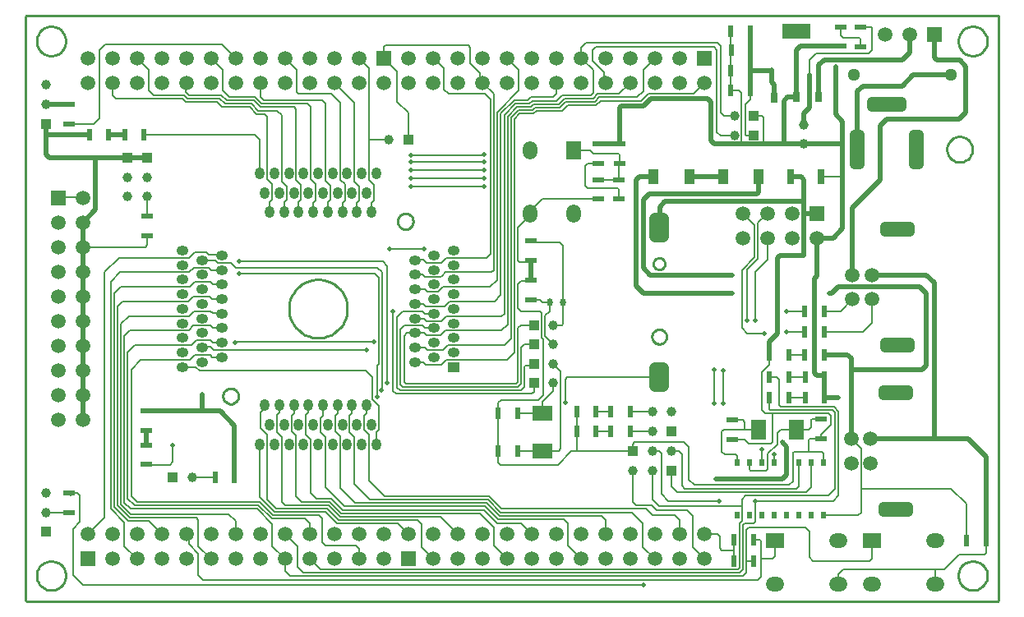
<source format=gtl>
G04*
G04 #@! TF.GenerationSoftware,Altium Limited,Altium Designer,19.1.7 (138)*
G04*
G04 Layer_Physical_Order=1*
G04 Layer_Color=255*
%FSTAX24Y24*%
%MOIN*%
G70*
G01*
G75*
%ADD11C,0.0100*%
%ADD16C,0.0197*%
%ADD21R,0.0787X0.0591*%
%ADD22R,0.0488X0.0236*%
%ADD23R,0.0236X0.0488*%
%ADD24R,0.0394X0.0630*%
%ADD25R,0.1181X0.0591*%
%ADD26R,0.0276X0.0394*%
%ADD27R,0.0315X0.0630*%
G04:AMPARAMS|DCode=28|XSize=78.7mil|YSize=118.1mil|CornerRadius=19.7mil|HoleSize=0mil|Usage=FLASHONLY|Rotation=0.000|XOffset=0mil|YOffset=0mil|HoleType=Round|Shape=RoundedRectangle|*
%AMROUNDEDRECTD28*
21,1,0.0787,0.0787,0,0,0.0*
21,1,0.0394,0.1181,0,0,0.0*
1,1,0.0394,0.0197,-0.0394*
1,1,0.0394,-0.0197,-0.0394*
1,1,0.0394,-0.0197,0.0394*
1,1,0.0394,0.0197,0.0394*
%
%ADD28ROUNDEDRECTD28*%
%ADD29R,0.0197X0.0315*%
%ADD30R,0.0591X0.0787*%
%ADD60C,0.0079*%
G04:AMPARAMS|DCode=61|XSize=157.5mil|YSize=59.1mil|CornerRadius=14.8mil|HoleSize=0mil|Usage=FLASHONLY|Rotation=180.000|XOffset=0mil|YOffset=0mil|HoleType=Round|Shape=RoundedRectangle|*
%AMROUNDEDRECTD61*
21,1,0.1575,0.0295,0,0,180.0*
21,1,0.1280,0.0591,0,0,180.0*
1,1,0.0295,-0.0640,0.0148*
1,1,0.0295,0.0640,0.0148*
1,1,0.0295,0.0640,-0.0148*
1,1,0.0295,-0.0640,-0.0148*
%
%ADD61ROUNDEDRECTD61*%
G04:AMPARAMS|DCode=62|XSize=157.5mil|YSize=59.1mil|CornerRadius=14.8mil|HoleSize=0mil|Usage=FLASHONLY|Rotation=90.000|XOffset=0mil|YOffset=0mil|HoleType=Round|Shape=RoundedRectangle|*
%AMROUNDEDRECTD62*
21,1,0.1575,0.0295,0,0,90.0*
21,1,0.1280,0.0591,0,0,90.0*
1,1,0.0295,0.0148,0.0640*
1,1,0.0295,0.0148,-0.0640*
1,1,0.0295,-0.0148,-0.0640*
1,1,0.0295,-0.0148,0.0640*
%
%ADD62ROUNDEDRECTD62*%
%ADD63R,0.0591X0.0591*%
%ADD64C,0.0591*%
%ADD65C,0.0512*%
%ADD66R,0.0591X0.0591*%
G04:AMPARAMS|DCode=67|XSize=59.1mil|YSize=137.8mil|CornerRadius=14.8mil|HoleSize=0mil|Usage=FLASHONLY|Rotation=270.000|XOffset=0mil|YOffset=0mil|HoleType=Round|Shape=RoundedRectangle|*
%AMROUNDEDRECTD67*
21,1,0.0591,0.1083,0,0,270.0*
21,1,0.0295,0.1378,0,0,270.0*
1,1,0.0295,-0.0541,-0.0148*
1,1,0.0295,-0.0541,0.0148*
1,1,0.0295,0.0541,0.0148*
1,1,0.0295,0.0541,-0.0148*
%
%ADD67ROUNDEDRECTD67*%
%ADD68C,0.0394*%
%ADD69R,0.0394X0.0394*%
%ADD70O,0.0748X0.0591*%
%ADD71R,0.0748X0.0591*%
%ADD72R,0.0394X0.0394*%
%ADD73O,0.0236X0.0315*%
%ADD74O,0.0591X0.0748*%
%ADD75R,0.0591X0.0748*%
%ADD76O,0.0472X0.0394*%
%ADD77R,0.0472X0.0394*%
%ADD78O,0.0394X0.0472*%
%ADD79C,0.0197*%
D11*
X009988Y0337D02*
X04938D01*
X011042Y011575D02*
X011157Y011552D01*
X011264Y011508D01*
X011361Y011443D01*
X011443Y011361D01*
X011508Y011264D01*
X011552Y011157D01*
X011575Y011042D01*
Y010984D02*
Y011042D01*
Y010926D02*
Y010984D01*
X011552Y010812D02*
X011575Y010926D01*
X011508Y010705D02*
X011552Y010812D01*
X011443Y010608D02*
X011508Y010705D01*
X011361Y010526D02*
X011443Y010608D01*
X011264Y010461D02*
X011361Y010526D01*
X011157Y010416D02*
X011264Y010461D01*
X011042Y010394D02*
X011157Y010416D01*
X010926Y010394D02*
X011042D01*
X010812Y010416D02*
X010926Y010394D01*
X010705Y010461D02*
X010812Y010416D01*
X010608Y010526D02*
X010705Y010461D01*
X010526Y010608D02*
X010608Y010526D01*
X010461Y010705D02*
X010526Y010608D01*
X010416Y010812D02*
X010461Y010705D01*
X010394Y010926D02*
X010416Y010812D01*
X010394Y010926D02*
Y010984D01*
Y011042D01*
X010416Y011157D01*
X010461Y011264D01*
X010526Y011361D01*
X010608Y011443D01*
X010705Y011508D01*
X010812Y011552D01*
X010926Y011575D01*
X011042D01*
X048424D02*
X048538Y011552D01*
X048645Y011508D01*
X048742Y011443D01*
X048824Y011361D01*
X048889Y011264D01*
X048934Y011157D01*
X048956Y011042D01*
Y010984D02*
Y011042D01*
Y010926D02*
Y010984D01*
X048934Y010812D02*
X048956Y010926D01*
X048889Y010705D02*
X048934Y010812D01*
X048824Y010608D02*
X048889Y010705D01*
X048742Y010526D02*
X048824Y010608D01*
X048645Y010461D02*
X048742Y010526D01*
X048538Y010416D02*
X048645Y010461D01*
X048424Y010394D02*
X048538Y010416D01*
X048308Y010394D02*
X048424D01*
X048193Y010416D02*
X048308Y010394D01*
X048086Y010461D02*
X048193Y010416D01*
X047989Y010526D02*
X048086Y010461D01*
X047907Y010608D02*
X047989Y010526D01*
X047842Y010705D02*
X047907Y010608D01*
X047798Y010812D02*
X047842Y010705D01*
X047775Y010926D02*
X047798Y010812D01*
X047775Y010926D02*
Y010984D01*
Y011042D01*
X047798Y011157D01*
X047842Y011264D01*
X047907Y011361D01*
X047989Y011443D01*
X048086Y011508D01*
X048193Y011552D01*
X048308Y011575D01*
X048424D01*
X018299Y018583D02*
X01836Y018571D01*
X018417Y018547D01*
X018468Y018512D01*
X018512Y018468D01*
X018547Y018417D01*
X018571Y01836D01*
X018583Y018299D01*
Y018268D02*
Y018299D01*
Y018237D02*
Y018268D01*
X018571Y018176D02*
X018583Y018237D01*
X018547Y018119D02*
X018571Y018176D01*
X018512Y018067D02*
X018547Y018119D01*
X018468Y018023D02*
X018512Y018067D01*
X018417Y017989D02*
X018468Y018023D01*
X01836Y017965D02*
X018417Y017989D01*
X018299Y017953D02*
X01836Y017965D01*
X018237Y017953D02*
X018299D01*
X018176Y017965D02*
X018237Y017953D01*
X018119Y017989D02*
X018176Y017965D01*
X018067Y018023D02*
X018119Y017989D01*
X018023Y018067D02*
X018067Y018023D01*
X017989Y018119D02*
X018023Y018067D01*
X017965Y018176D02*
X017989Y018119D01*
X017953Y018237D02*
X017965Y018176D01*
X017953Y018237D02*
Y018268D01*
Y018299D01*
X017965Y01836D01*
X017989Y018417D01*
X018023Y018468D01*
X018067Y018512D01*
X018119Y018547D01*
X018176Y018571D01*
X018237Y018583D01*
X018299D01*
X035679Y020974D02*
X035736Y020963D01*
X035789Y020941D01*
X035838Y020908D01*
X035879Y020867D01*
X035911Y020819D01*
X035934Y020765D01*
X035945Y020708D01*
Y020679D02*
Y020708D01*
Y02065D02*
Y020679D01*
X035934Y020593D02*
X035945Y02065D01*
X035911Y020539D02*
X035934Y020593D01*
X035879Y020491D02*
X035911Y020539D01*
X035838Y02045D02*
X035879Y020491D01*
X035789Y020417D02*
X035838Y02045D01*
X035736Y020395D02*
X035789Y020417D01*
X035679Y020384D02*
X035736Y020395D01*
X035621Y020384D02*
X035679D01*
X035563Y020395D02*
X035621Y020384D01*
X03551Y020417D02*
X035563Y020395D01*
X035461Y02045D02*
X03551Y020417D01*
X03542Y020491D02*
X035461Y02045D01*
X035388Y020539D02*
X03542Y020491D01*
X035366Y020593D02*
X035388Y020539D01*
X035354Y02065D02*
X035366Y020593D01*
X035354Y02065D02*
Y020679D01*
Y020708D01*
X035366Y020765D01*
X035388Y020819D01*
X03542Y020867D01*
X035461Y020908D01*
X03551Y020941D01*
X035563Y020963D01*
X035621Y020974D01*
X035679D01*
X021888Y022992D02*
X022042Y022972D01*
X022191Y022932D01*
X022335Y022873D01*
X022469Y022795D01*
X022591Y022701D01*
X022701Y022591D01*
X022795Y022469D01*
X022873Y022335D01*
X022932Y022191D01*
X022972Y022042D01*
X022992Y021888D01*
Y021811D02*
Y021888D01*
Y021734D02*
Y021811D01*
X022972Y02158D02*
X022992Y021734D01*
X022932Y021431D02*
X022972Y02158D01*
X022873Y021288D02*
X022932Y021431D01*
X022795Y021153D02*
X022873Y021288D01*
X022701Y021031D02*
X022795Y021153D01*
X022591Y020921D02*
X022701Y021031D01*
X022469Y020827D02*
X022591Y020921D01*
X022335Y020749D02*
X022469Y020827D01*
X022191Y02069D02*
X022335Y020749D01*
X022042Y02065D02*
X022191Y02069D01*
X021888Y02063D02*
X022042Y02065D01*
X021734Y02063D02*
X021888D01*
X02158Y02065D02*
X021734Y02063D01*
X021431Y02069D02*
X02158Y02065D01*
X021288Y020749D02*
X021431Y02069D01*
X021153Y020827D02*
X021288Y020749D01*
X021031Y020921D02*
X021153Y020827D01*
X020921Y021031D02*
X021031Y020921D01*
X020827Y021153D02*
X020921Y021031D01*
X020749Y021288D02*
X020827Y021153D01*
X02069Y021431D02*
X020749Y021288D01*
X02065Y02158D02*
X02069Y021431D01*
X02063Y021734D02*
X02065Y02158D01*
X02063Y021734D02*
Y021811D01*
Y021888D01*
X02065Y022042D01*
X02069Y022191D01*
X020749Y022335D01*
X020827Y022469D01*
X020921Y022591D01*
X021031Y022701D01*
X021153Y022795D01*
X021288Y022873D01*
X021431Y022932D01*
X02158Y022972D01*
X021734Y022992D01*
X021888D01*
X035697Y023868D02*
X035783Y023832D01*
X03585Y023766D01*
X035886Y023679D01*
Y023632D02*
Y023679D01*
Y023585D02*
Y023632D01*
X03585Y023498D02*
X035886Y023585D01*
X035783Y023432D02*
X03585Y023498D01*
X035697Y023396D02*
X035783Y023432D01*
X035603Y023396D02*
X035697D01*
X035516Y023432D02*
X035603Y023396D01*
X035449Y023498D02*
X035516Y023432D01*
X035413Y023585D02*
X035449Y023498D01*
X035413Y023585D02*
Y023632D01*
Y023679D01*
X035449Y023766D01*
X035516Y023832D01*
X035603Y023868D01*
X035697D01*
X025385Y025669D02*
X025446Y025657D01*
X025504Y025633D01*
X025555Y025599D01*
X025599Y025555D01*
X025633Y025504D01*
X025657Y025446D01*
X025669Y025385D01*
Y025354D02*
Y025385D01*
Y025323D02*
Y025354D01*
X025657Y025262D02*
X025669Y025323D01*
X025633Y025205D02*
X025657Y025262D01*
X025599Y025154D02*
X025633Y025205D01*
X025555Y02511D02*
X025599Y025154D01*
X025504Y025075D02*
X025555Y02511D01*
X025446Y025051D02*
X025504Y025075D01*
X025385Y025039D02*
X025446Y025051D01*
X025323Y025039D02*
X025385D01*
X025262Y025051D02*
X025323Y025039D01*
X025205Y025075D02*
X025262Y025051D01*
X025154Y02511D02*
X025205Y025075D01*
X02511Y025154D02*
X025154Y02511D01*
X025075Y025205D02*
X02511Y025154D01*
X025051Y025262D02*
X025075Y025205D01*
X025039Y025323D02*
X025051Y025262D01*
X025039Y025323D02*
Y025354D01*
Y025385D01*
X025051Y025446D01*
X025075Y025504D01*
X02511Y025555D01*
X025154Y025599D01*
X025205Y025633D01*
X025262Y025657D01*
X025323Y025669D01*
X025385D01*
X047885Y028789D02*
X047984Y02877D01*
X048077Y028731D01*
X048161Y028675D01*
X048232Y028604D01*
X048288Y02852D01*
X048327Y028427D01*
X048346Y028328D01*
Y028278D02*
Y028328D01*
Y028227D02*
Y028278D01*
X048327Y028128D02*
X048346Y028227D01*
X048288Y028035D02*
X048327Y028128D01*
X048232Y027951D02*
X048288Y028035D01*
X048161Y02788D02*
X048232Y027951D01*
X048077Y027824D02*
X048161Y02788D01*
X047984Y027785D02*
X048077Y027824D01*
X047885Y027766D02*
X047984Y027785D01*
X047784Y027766D02*
X047885D01*
X047685Y027785D02*
X047784Y027766D01*
X047592Y027824D02*
X047685Y027785D01*
X047508Y02788D02*
X047592Y027824D01*
X047437Y027951D02*
X047508Y02788D01*
X047381Y028035D02*
X047437Y027951D01*
X047343Y028128D02*
X047381Y028035D01*
X047323Y028227D02*
X047343Y028128D01*
X047323Y028227D02*
Y028278D01*
Y028328D01*
X047343Y028427D01*
X047381Y02852D01*
X047437Y028604D01*
X047508Y028675D01*
X047592Y028731D01*
X047685Y02877D01*
X047784Y028789D01*
X047885D01*
X011042Y033256D02*
X011157Y033234D01*
X011264Y033189D01*
X011361Y033124D01*
X011443Y033042D01*
X011508Y032945D01*
X011552Y032838D01*
X011575Y032724D01*
Y032666D02*
Y032724D01*
Y032608D02*
Y032666D01*
X011552Y032493D02*
X011575Y032608D01*
X011508Y032386D02*
X011552Y032493D01*
X011443Y032289D02*
X011508Y032386D01*
X011361Y032207D02*
X011443Y032289D01*
X011264Y032142D02*
X011361Y032207D01*
X011157Y032098D02*
X011264Y032142D01*
X011042Y032075D02*
X011157Y032098D01*
X010926Y032075D02*
X011042D01*
X010812Y032098D02*
X010926Y032075D01*
X010705Y032142D02*
X010812Y032098D01*
X010608Y032207D02*
X010705Y032142D01*
X010526Y032289D02*
X010608Y032207D01*
X010461Y032386D02*
X010526Y032289D01*
X010416Y032493D02*
X010461Y032386D01*
X010394Y032608D02*
X010416Y032493D01*
X010394Y032608D02*
Y032666D01*
Y032724D01*
X010416Y032838D01*
X010461Y032945D01*
X010526Y033042D01*
X010608Y033124D01*
X010705Y033189D01*
X010812Y033234D01*
X010926Y033256D01*
X011042D01*
X048424D02*
X048538Y033234D01*
X048645Y033189D01*
X048742Y033124D01*
X048824Y033042D01*
X048889Y032945D01*
X048934Y032838D01*
X048956Y032724D01*
Y032666D02*
Y032724D01*
Y032608D02*
Y032666D01*
X048934Y032493D02*
X048956Y032608D01*
X048889Y032386D02*
X048934Y032493D01*
X048824Y032289D02*
X048889Y032386D01*
X048742Y032207D02*
X048824Y032289D01*
X048645Y032142D02*
X048742Y032207D01*
X048538Y032098D02*
X048645Y032142D01*
X048424Y032075D02*
X048538Y032098D01*
X048308Y032075D02*
X048424D01*
X048193Y032098D02*
X048308Y032075D01*
X048086Y032142D02*
X048193Y032098D01*
X047989Y032207D02*
X048086Y032142D01*
X047907Y032289D02*
X047989Y032207D01*
X047842Y032386D02*
X047907Y032289D01*
X047798Y032493D02*
X047842Y032386D01*
X047775Y032608D02*
X047798Y032493D01*
X047775Y032608D02*
Y032666D01*
Y032724D01*
X047798Y032838D01*
X047842Y032945D01*
X047907Y033042D01*
X047989Y033124D01*
X048086Y033189D01*
X048193Y033234D01*
X048308Y033256D01*
X048424D01*
X04938Y0337D02*
X049398Y033693D01*
X009967Y03369D02*
X009988Y0337D01*
X009953Y033671D02*
X009967Y03369D01*
X009949Y033647D02*
X009953Y033671D01*
X009949Y033647D02*
X009952Y033636D01*
X009951Y033631D02*
X009952Y033636D01*
X00995Y033624D02*
X009951Y033631D01*
X00995Y01D02*
Y033624D01*
Y00999D02*
Y01D01*
Y00999D02*
X009957Y009972D01*
X009972Y009957D01*
X00999Y00995D01*
X04938D01*
X049398Y009957D01*
X049413Y009972D01*
X04942Y00999D01*
Y01D01*
X04942Y010005D02*
X04942Y01D01*
X049419Y010012D02*
X04942Y010005D01*
X049419Y010012D02*
X049419Y010019D01*
X04942Y010026D01*
X04942Y03365D02*
X04942Y010026D01*
X04942Y03365D02*
Y03366D01*
X049413Y033678D02*
X04942Y03366D01*
X049398Y033693D02*
X049413Y033678D01*
X011042Y011575D02*
X011157Y011552D01*
X011264Y011508D01*
X011361Y011443D01*
X011443Y011361D01*
X011508Y011264D01*
X011552Y011157D01*
X011575Y011042D01*
Y010984D02*
Y011042D01*
Y010926D02*
Y010984D01*
X011552Y010812D02*
X011575Y010926D01*
X011508Y010705D02*
X011552Y010812D01*
X011443Y010608D02*
X011508Y010705D01*
X011361Y010526D02*
X011443Y010608D01*
X011264Y010461D02*
X011361Y010526D01*
X011157Y010416D02*
X011264Y010461D01*
X011042Y010394D02*
X011157Y010416D01*
X010926Y010394D02*
X011042D01*
X010812Y010416D02*
X010926Y010394D01*
X010705Y010461D02*
X010812Y010416D01*
X010608Y010526D02*
X010705Y010461D01*
X010526Y010608D02*
X010608Y010526D01*
X010461Y010705D02*
X010526Y010608D01*
X010416Y010812D02*
X010461Y010705D01*
X010394Y010926D02*
X010416Y010812D01*
X010394Y010926D02*
Y010984D01*
Y011042D01*
X010416Y011157D01*
X010461Y011264D01*
X010526Y011361D01*
X010608Y011443D01*
X010705Y011508D01*
X010812Y011552D01*
X010926Y011575D01*
X011042D01*
X048424D02*
X048538Y011552D01*
X048645Y011508D01*
X048742Y011443D01*
X048824Y011361D01*
X048889Y011264D01*
X048934Y011157D01*
X048956Y011042D01*
Y010984D02*
Y011042D01*
Y010926D02*
Y010984D01*
X048934Y010812D02*
X048956Y010926D01*
X048889Y010705D02*
X048934Y010812D01*
X048824Y010608D02*
X048889Y010705D01*
X048742Y010526D02*
X048824Y010608D01*
X048645Y010461D02*
X048742Y010526D01*
X048538Y010416D02*
X048645Y010461D01*
X048424Y010394D02*
X048538Y010416D01*
X048308Y010394D02*
X048424D01*
X048193Y010416D02*
X048308Y010394D01*
X048086Y010461D02*
X048193Y010416D01*
X047989Y010526D02*
X048086Y010461D01*
X047907Y010608D02*
X047989Y010526D01*
X047842Y010705D02*
X047907Y010608D01*
X047798Y010812D02*
X047842Y010705D01*
X047775Y010926D02*
X047798Y010812D01*
X047775Y010926D02*
Y010984D01*
Y011042D01*
X047798Y011157D01*
X047842Y011264D01*
X047907Y011361D01*
X047989Y011443D01*
X048086Y011508D01*
X048193Y011552D01*
X048308Y011575D01*
X048424D01*
X018299Y018583D02*
X01836Y018571D01*
X018417Y018547D01*
X018468Y018512D01*
X018512Y018468D01*
X018547Y018417D01*
X018571Y01836D01*
X018583Y018299D01*
Y018268D02*
Y018299D01*
Y018237D02*
Y018268D01*
X018571Y018176D02*
X018583Y018237D01*
X018547Y018119D02*
X018571Y018176D01*
X018512Y018067D02*
X018547Y018119D01*
X018468Y018023D02*
X018512Y018067D01*
X018417Y017989D02*
X018468Y018023D01*
X01836Y017965D02*
X018417Y017989D01*
X018299Y017953D02*
X01836Y017965D01*
X018237Y017953D02*
X018299D01*
X018176Y017965D02*
X018237Y017953D01*
X018119Y017989D02*
X018176Y017965D01*
X018067Y018023D02*
X018119Y017989D01*
X018023Y018067D02*
X018067Y018023D01*
X017989Y018119D02*
X018023Y018067D01*
X017965Y018176D02*
X017989Y018119D01*
X017953Y018237D02*
X017965Y018176D01*
X017953Y018237D02*
Y018268D01*
Y018299D01*
X017965Y01836D01*
X017989Y018417D01*
X018023Y018468D01*
X018067Y018512D01*
X018119Y018547D01*
X018176Y018571D01*
X018237Y018583D01*
X018299D01*
X035679Y020974D02*
X035736Y020963D01*
X035789Y020941D01*
X035838Y020908D01*
X035879Y020867D01*
X035911Y020819D01*
X035934Y020765D01*
X035945Y020708D01*
Y020679D02*
Y020708D01*
Y02065D02*
Y020679D01*
X035934Y020593D02*
X035945Y02065D01*
X035911Y020539D02*
X035934Y020593D01*
X035879Y020491D02*
X035911Y020539D01*
X035838Y02045D02*
X035879Y020491D01*
X035789Y020417D02*
X035838Y02045D01*
X035736Y020395D02*
X035789Y020417D01*
X035679Y020384D02*
X035736Y020395D01*
X035621Y020384D02*
X035679D01*
X035563Y020395D02*
X035621Y020384D01*
X03551Y020417D02*
X035563Y020395D01*
X035461Y02045D02*
X03551Y020417D01*
X03542Y020491D02*
X035461Y02045D01*
X035388Y020539D02*
X03542Y020491D01*
X035366Y020593D02*
X035388Y020539D01*
X035354Y02065D02*
X035366Y020593D01*
X035354Y02065D02*
Y020679D01*
Y020708D01*
X035366Y020765D01*
X035388Y020819D01*
X03542Y020867D01*
X035461Y020908D01*
X03551Y020941D01*
X035563Y020963D01*
X035621Y020974D01*
X035679D01*
X021888Y022992D02*
X022042Y022972D01*
X022191Y022932D01*
X022335Y022873D01*
X022469Y022795D01*
X022591Y022701D01*
X022701Y022591D01*
X022795Y022469D01*
X022873Y022335D01*
X022932Y022191D01*
X022972Y022042D01*
X022992Y021888D01*
Y021811D02*
Y021888D01*
Y021734D02*
Y021811D01*
X022972Y02158D02*
X022992Y021734D01*
X022932Y021431D02*
X022972Y02158D01*
X022873Y021288D02*
X022932Y021431D01*
X022795Y021153D02*
X022873Y021288D01*
X022701Y021031D02*
X022795Y021153D01*
X022591Y020921D02*
X022701Y021031D01*
X022469Y020827D02*
X022591Y020921D01*
X022335Y020749D02*
X022469Y020827D01*
X022191Y02069D02*
X022335Y020749D01*
X022042Y02065D02*
X022191Y02069D01*
X021888Y02063D02*
X022042Y02065D01*
X021734Y02063D02*
X021888D01*
X02158Y02065D02*
X021734Y02063D01*
X021431Y02069D02*
X02158Y02065D01*
X021288Y020749D02*
X021431Y02069D01*
X021153Y020827D02*
X021288Y020749D01*
X021031Y020921D02*
X021153Y020827D01*
X020921Y021031D02*
X021031Y020921D01*
X020827Y021153D02*
X020921Y021031D01*
X020749Y021288D02*
X020827Y021153D01*
X02069Y021431D02*
X020749Y021288D01*
X02065Y02158D02*
X02069Y021431D01*
X02063Y021734D02*
X02065Y02158D01*
X02063Y021734D02*
Y021811D01*
Y021888D01*
X02065Y022042D01*
X02069Y022191D01*
X020749Y022335D01*
X020827Y022469D01*
X020921Y022591D01*
X021031Y022701D01*
X021153Y022795D01*
X021288Y022873D01*
X021431Y022932D01*
X02158Y022972D01*
X021734Y022992D01*
X021888D01*
X035697Y023868D02*
X035783Y023832D01*
X03585Y023766D01*
X035886Y023679D01*
Y023632D02*
Y023679D01*
Y023585D02*
Y023632D01*
X03585Y023498D02*
X035886Y023585D01*
X035783Y023432D02*
X03585Y023498D01*
X035697Y023396D02*
X035783Y023432D01*
X035603Y023396D02*
X035697D01*
X035516Y023432D02*
X035603Y023396D01*
X035449Y023498D02*
X035516Y023432D01*
X035413Y023585D02*
X035449Y023498D01*
X035413Y023585D02*
Y023632D01*
Y023679D01*
X035449Y023766D01*
X035516Y023832D01*
X035603Y023868D01*
X035697D01*
X025385Y025669D02*
X025446Y025657D01*
X025504Y025633D01*
X025555Y025599D01*
X025599Y025555D01*
X025633Y025504D01*
X025657Y025446D01*
X025669Y025385D01*
Y025354D02*
Y025385D01*
Y025323D02*
Y025354D01*
X025657Y025262D02*
X025669Y025323D01*
X025633Y025205D02*
X025657Y025262D01*
X025599Y025154D02*
X025633Y025205D01*
X025555Y02511D02*
X025599Y025154D01*
X025504Y025075D02*
X025555Y02511D01*
X025446Y025051D02*
X025504Y025075D01*
X025385Y025039D02*
X025446Y025051D01*
X025323Y025039D02*
X025385D01*
X025262Y025051D02*
X025323Y025039D01*
X025205Y025075D02*
X025262Y025051D01*
X025154Y02511D02*
X025205Y025075D01*
X02511Y025154D02*
X025154Y02511D01*
X025075Y025205D02*
X02511Y025154D01*
X025051Y025262D02*
X025075Y025205D01*
X025039Y025323D02*
X025051Y025262D01*
X025039Y025323D02*
Y025354D01*
Y025385D01*
X025051Y025446D01*
X025075Y025504D01*
X02511Y025555D01*
X025154Y025599D01*
X025205Y025633D01*
X025262Y025657D01*
X025323Y025669D01*
X025385D01*
X011042Y033256D02*
X011157Y033234D01*
X011264Y033189D01*
X011361Y033124D01*
X011443Y033042D01*
X011508Y032945D01*
X011552Y032838D01*
X011575Y032724D01*
Y032666D02*
Y032724D01*
Y032608D02*
Y032666D01*
X011552Y032493D02*
X011575Y032608D01*
X011508Y032386D02*
X011552Y032493D01*
X011443Y032289D02*
X011508Y032386D01*
X011361Y032207D02*
X011443Y032289D01*
X011264Y032142D02*
X011361Y032207D01*
X011157Y032098D02*
X011264Y032142D01*
X011042Y032075D02*
X011157Y032098D01*
X010926Y032075D02*
X011042D01*
X010812Y032098D02*
X010926Y032075D01*
X010705Y032142D02*
X010812Y032098D01*
X010608Y032207D02*
X010705Y032142D01*
X010526Y032289D02*
X010608Y032207D01*
X010461Y032386D02*
X010526Y032289D01*
X010416Y032493D02*
X010461Y032386D01*
X010394Y032608D02*
X010416Y032493D01*
X010394Y032608D02*
Y032666D01*
Y032724D01*
X010416Y032838D01*
X010461Y032945D01*
X010526Y033042D01*
X010608Y033124D01*
X010705Y033189D01*
X010812Y033234D01*
X010926Y033256D01*
X011042D01*
X048424D02*
X048538Y033234D01*
X048645Y033189D01*
X048742Y033124D01*
X048824Y033042D01*
X048889Y032945D01*
X048934Y032838D01*
X048956Y032724D01*
Y032666D02*
Y032724D01*
Y032608D02*
Y032666D01*
X048934Y032493D02*
X048956Y032608D01*
X048889Y032386D02*
X048934Y032493D01*
X048824Y032289D02*
X048889Y032386D01*
X048742Y032207D02*
X048824Y032289D01*
X048645Y032142D02*
X048742Y032207D01*
X048538Y032098D02*
X048645Y032142D01*
X048424Y032075D02*
X048538Y032098D01*
X048308Y032075D02*
X048424D01*
X048193Y032098D02*
X048308Y032075D01*
X048086Y032142D02*
X048193Y032098D01*
X047989Y032207D02*
X048086Y032142D01*
X047907Y032289D02*
X047989Y032207D01*
X047842Y032386D02*
X047907Y032289D01*
X047798Y032493D02*
X047842Y032386D01*
X047775Y032608D02*
X047798Y032493D01*
X047775Y032608D02*
Y032666D01*
Y032724D01*
X047798Y032838D01*
X047842Y032945D01*
X047907Y033042D01*
X047989Y033124D01*
X048086Y033189D01*
X048193Y033234D01*
X048308Y033256D01*
X048424D01*
X04938Y0337D02*
X049398Y033693D01*
X009988Y0337D02*
X04938D01*
X009967Y03369D02*
X009988Y0337D01*
X009953Y033671D02*
X009967Y03369D01*
X009949Y033647D02*
X009953Y033671D01*
X009949Y033647D02*
X009952Y033636D01*
X009951Y033631D02*
X009952Y033636D01*
X00995Y033624D02*
X009951Y033631D01*
X00995Y01D02*
Y033624D01*
Y00999D02*
Y01D01*
Y00999D02*
X009957Y009972D01*
X009972Y009957D01*
X00999Y00995D01*
X04938D01*
X049398Y009957D01*
X049413Y009972D01*
X04942Y00999D01*
Y01D01*
X04942Y010005D02*
X04942Y01D01*
X049419Y010012D02*
X04942Y010005D01*
X049419Y010012D02*
X049419Y010019D01*
X04942Y010026D01*
X04942Y03365D02*
X04942Y010026D01*
X04942Y03365D02*
Y03366D01*
X049413Y033678D02*
X04942Y03366D01*
X049398Y033693D02*
X049413Y033678D01*
D16*
X048086Y02978D02*
Y031646D01*
X047794Y029488D02*
X048086Y02978D01*
X044872Y029488D02*
X047794D01*
X043691Y030627D02*
X043914Y03085D01*
X043691Y028278D02*
Y030627D01*
X039342Y03057D02*
Y033085D01*
X040113Y02047D02*
X040432Y02079D01*
X040113Y01995D02*
Y02047D01*
X04205Y023133D02*
Y024685D01*
X041949Y023031D02*
X04205Y023133D01*
X041949Y019197D02*
Y023031D01*
Y019197D02*
X04205Y019096D01*
X04233D01*
X04235Y019076D01*
Y01905D02*
Y019076D01*
X034705Y027028D02*
X034833Y027156D01*
X034705Y022739D02*
Y027028D01*
Y022739D02*
X035005Y022438D01*
X037737Y029114D02*
Y030219D01*
Y028633D02*
Y029114D01*
X039882Y028491D02*
X041506D01*
X03788D02*
X039882D01*
Y028516D01*
X0468Y01653D02*
Y022856D01*
X046476Y02318D02*
X0468Y022856D01*
X044276Y02318D02*
X046476D01*
X0412Y030392D02*
Y032287D01*
X04137Y032456D01*
X043004D01*
X039344Y031486D02*
X040177D01*
X0402Y031509D01*
X039342Y03057D02*
X039344Y030568D01*
X039342Y033085D02*
X039344Y033086D01*
X030435Y022975D02*
X030437Y022972D01*
X030435Y022975D02*
Y023768D01*
X030433Y02377D02*
X030435Y023768D01*
X037933Y014892D02*
X04063D01*
X0408Y015062D01*
Y015563D01*
X04063Y016388D02*
X0408Y016218D01*
Y015563D02*
Y016218D01*
X04235Y0182D02*
X042924D01*
X04235D02*
Y01905D01*
X040432Y023871D02*
X040548Y023986D01*
X041506D01*
X040432Y02079D02*
Y023871D01*
X044626Y029242D02*
X044872Y029488D01*
X044626Y027047D02*
Y029242D01*
X04175Y029969D02*
Y0313D01*
X041506Y029724D02*
X04175Y029969D01*
X041506Y029278D02*
Y029724D01*
Y028491D02*
X043086D01*
X0428Y02969D02*
X043086Y029405D01*
Y028491D02*
Y029405D01*
Y027156D02*
Y028491D01*
X0428Y02969D02*
Y03165D01*
X043489Y02591D02*
X044626Y027047D01*
X043489Y02318D02*
Y02591D01*
X014828Y01628D02*
X014829Y01628D01*
Y016869D01*
X014829Y01687D01*
X017106Y017657D02*
X017837D01*
X014829D02*
X017106D01*
Y018329D01*
X018417Y014964D02*
Y017078D01*
X017837Y017657D02*
X018417Y017078D01*
X010787Y028862D02*
Y029319D01*
Y028071D02*
Y028862D01*
X010792Y028858D01*
X01253D01*
X013317D02*
X013319Y02886D01*
X013964D01*
X013967Y028862D01*
X035257Y026486D02*
X039613D01*
X035Y026229D02*
X035257Y026486D01*
X035Y023455D02*
Y026229D01*
X035275Y02318D02*
X0386D01*
X035Y023455D02*
X035275Y02318D01*
X042924Y022706D02*
X046198D01*
X035005Y022438D02*
X0386D01*
X042649Y022431D02*
X042924Y022706D01*
X04253Y022431D02*
X042649D01*
X036876Y027156D02*
X038234D01*
X039613Y026486D02*
X039672Y026545D01*
X034833Y027156D02*
X035419D01*
X039672Y026545D02*
Y027137D01*
X039691Y027156D01*
X047832Y0319D02*
X048086Y031646D01*
X046915Y0319D02*
X047832D01*
X0468Y032015D02*
X046915Y0319D01*
X0468Y032015D02*
Y03295D01*
X043914Y03085D02*
X045506D01*
X045956Y0313D01*
X047469D01*
X041506Y025685D02*
X04205D01*
X035891Y026161D02*
X041506D01*
X035664Y025123D02*
Y025935D01*
X03565Y025108D02*
X035664Y025123D01*
Y025935D02*
X035891Y026161D01*
X040965Y027156D02*
X041398D01*
X041506Y026161D02*
Y027047D01*
Y025685D02*
Y026161D01*
Y023986D02*
Y025685D01*
X041398Y027156D02*
X041506Y027047D01*
X046467Y019511D02*
Y022438D01*
X046306Y01935D02*
X046467Y019511D01*
X043439Y01935D02*
X046306D01*
X046198Y022706D02*
X046467Y022438D01*
X043439Y01935D02*
Y019803D01*
Y01653D02*
Y01935D01*
X043292Y01995D02*
X043439Y019803D01*
X042337Y01995D02*
X043292D01*
X042717Y024685D02*
X043086Y025054D01*
X04205Y024685D02*
X042717D01*
X043086Y025054D02*
Y027156D01*
X033169Y028496D02*
X034035D01*
Y029974D01*
X034113Y030052D02*
X035006D01*
X034035Y029974D02*
X034113Y030052D01*
X035006D02*
X035301Y030348D01*
X037608D01*
X037737Y030219D01*
Y028633D02*
X03788Y028491D01*
X040294Y030382D02*
Y030896D01*
X0402Y030991D02*
X040294Y030896D01*
X0402Y030991D02*
Y031509D01*
X040709Y028506D02*
Y03025D01*
X040859Y0304D01*
X041192D01*
X0412Y030392D01*
X042115D02*
Y031694D01*
X042327Y031906D02*
X045506D01*
X042115Y031694D02*
X042327Y031906D01*
X045506D02*
X0458Y0322D01*
Y03295D01*
X010787Y030107D02*
X0117D01*
X012264Y024311D02*
Y025311D01*
Y023311D02*
Y024311D01*
Y022311D02*
Y023311D01*
Y021311D02*
Y022311D01*
Y020311D02*
Y021311D01*
Y019311D02*
Y020311D01*
Y018311D02*
Y019311D01*
Y017311D02*
Y018311D01*
Y025311D02*
X012776Y025823D01*
Y027933D01*
X014085D02*
X014872D01*
X010926D02*
X012776D01*
X010787Y028071D02*
X010926Y027933D01*
X012776D02*
X014085D01*
X048894Y0124D02*
Y015801D01*
Y012264D02*
Y0124D01*
X0468Y01653D02*
X048165D01*
X044226D02*
X0468D01*
X048165D02*
X048894Y015801D01*
D21*
X030906Y017578D02*
D03*
Y016042D02*
D03*
D22*
X014828Y015492D02*
D03*
Y01628D02*
D03*
X014829Y01687D02*
D03*
Y017657D02*
D03*
X034026Y027048D02*
D03*
Y02626D02*
D03*
X033169Y02626D02*
D03*
Y027047D02*
D03*
X034035Y028496D02*
D03*
Y027709D02*
D03*
X033169Y028496D02*
D03*
Y027709D02*
D03*
X0438Y033237D02*
D03*
Y03245D02*
D03*
X043004Y033244D02*
D03*
Y032456D02*
D03*
X0386Y0173D02*
D03*
Y016513D02*
D03*
X030437Y022972D02*
D03*
Y022185D02*
D03*
X030433Y02377D02*
D03*
Y024557D02*
D03*
X0117Y013543D02*
D03*
Y014331D02*
D03*
X014872Y024779D02*
D03*
Y025567D02*
D03*
X0117Y030107D02*
D03*
Y029319D02*
D03*
X0422Y01655D02*
D03*
Y017337D02*
D03*
D23*
X014754Y028862D02*
D03*
X013967D02*
D03*
X013317Y028858D02*
D03*
X01253D02*
D03*
X038553Y030669D02*
D03*
X03934D02*
D03*
X038556Y031486D02*
D03*
X039344D02*
D03*
X038563Y032287D02*
D03*
X03935D02*
D03*
X038556Y033086D02*
D03*
X039344D02*
D03*
X048106Y0124D02*
D03*
X048894D02*
D03*
X038677Y01245D02*
D03*
X039465D02*
D03*
X038677Y011572D02*
D03*
X039465D02*
D03*
X041563Y01905D02*
D03*
X04235D02*
D03*
X04155Y01995D02*
D03*
X042337D02*
D03*
X040113D02*
D03*
X0409D02*
D03*
X034475Y016836D02*
D03*
X033687D02*
D03*
X034475Y017623D02*
D03*
X033687D02*
D03*
X032293Y017628D02*
D03*
X033081D02*
D03*
X032293Y016841D02*
D03*
X033081D02*
D03*
X029124Y01605D02*
D03*
X029911D02*
D03*
X029124Y017578D02*
D03*
X029911D02*
D03*
X018417Y014964D02*
D03*
X017629D02*
D03*
X0409Y01905D02*
D03*
X040113D02*
D03*
X0409Y0182D02*
D03*
X040113D02*
D03*
X04235D02*
D03*
X041563D02*
D03*
X04233Y021702D02*
D03*
X041543D02*
D03*
X04233Y020856D02*
D03*
X041543D02*
D03*
D24*
X039691Y027156D02*
D03*
X038234D02*
D03*
X036876D02*
D03*
X035419D02*
D03*
D25*
X0412Y033079D02*
D03*
D26*
X042115Y030392D02*
D03*
X0412D02*
D03*
X040294Y030382D02*
D03*
D27*
X042224Y027156D02*
D03*
X040965D02*
D03*
D28*
X03565Y019026D02*
D03*
Y025108D02*
D03*
D29*
X0423Y013437D02*
D03*
X0418D02*
D03*
X0413D02*
D03*
X0408D02*
D03*
X0403D02*
D03*
X0398D02*
D03*
X0393D02*
D03*
X0388D02*
D03*
Y015563D02*
D03*
X0393D02*
D03*
X0398D02*
D03*
X0403D02*
D03*
X0408D02*
D03*
X0413D02*
D03*
X0418D02*
D03*
X0423D02*
D03*
D30*
X0412Y0169D02*
D03*
X039665D02*
D03*
D60*
X012933Y029528D02*
Y032304D01*
X012725Y029319D02*
X012933Y029528D01*
X0117Y029319D02*
X012725D01*
X031706Y021152D02*
X031752Y021198D01*
Y022057D01*
X031358Y021152D02*
X031706D01*
X030369Y024503D02*
X031624D01*
X031752Y024375D01*
Y022057D02*
Y024375D01*
X043833Y013546D02*
Y014508D01*
X043723Y013437D02*
X043833Y013546D01*
X0423Y013437D02*
X043723D01*
X043833Y014508D02*
Y016136D01*
Y014508D02*
X04749D01*
X048106Y013891D01*
Y0124D02*
Y013891D01*
X039344Y031486D02*
Y033086D01*
X038556Y031486D02*
Y033086D01*
X011264Y026339D02*
X012264D01*
X032748Y027709D02*
X033169D01*
X032657Y027618D02*
X032748Y027709D01*
X032657Y026791D02*
Y027618D01*
X034026Y02626D02*
Y026653D01*
X033967Y026713D02*
X034026Y026653D01*
X032736Y026713D02*
X033967D01*
X039344Y030318D02*
Y030568D01*
X029911Y022792D02*
X030049Y02293D01*
X030362D01*
X029911Y021831D02*
X03004Y021702D01*
X029911Y021831D02*
Y022792D01*
X030925Y022057D02*
X031201D01*
X030797Y022185D02*
X030925Y022057D01*
X030487Y022136D02*
X030516Y022106D01*
X030369Y022136D02*
X030487D01*
X030437Y022185D02*
X030487Y022136D01*
X031012Y021526D02*
X031201Y021715D01*
Y022057D01*
X031012Y020709D02*
Y021526D01*
X030437Y022185D02*
X030797D01*
X039938Y017554D02*
X040266D01*
X031358Y018485D02*
Y018789D01*
X029911Y017578D02*
X030906D01*
Y018032D02*
X031358Y018485D01*
X030906Y017578D02*
Y018032D01*
X031142Y01605D02*
X031577D01*
X030945Y018307D02*
Y020581D01*
X030758Y01812D02*
X030945Y018307D01*
X029228Y01812D02*
X030758D01*
X029124Y018016D02*
X029228Y01812D01*
X029124Y017578D02*
Y018016D01*
X030874Y020652D02*
X030945Y020581D01*
X031654Y016126D02*
Y019282D01*
X029911Y01605D02*
X031142D01*
X031577D02*
X031654Y016126D01*
X041722Y016014D02*
X042231D01*
X041122D02*
X041722D01*
X0423Y015563D02*
Y015945D01*
X042231Y016014D02*
X0423Y015945D01*
X042525Y017554D02*
X042598Y01748D01*
X040266Y017554D02*
X042525D01*
X040236Y017524D02*
X040266Y017554D01*
X042598Y017106D02*
Y01748D01*
X0422Y016708D02*
X042598Y017106D01*
X042776Y014508D02*
Y017598D01*
X042682Y017692D02*
X042776Y017598D01*
X040158Y017692D02*
X042682D01*
X042923Y014222D02*
Y017648D01*
X042741Y01783D02*
X042923Y017648D01*
X04057Y01783D02*
X042741D01*
X04251Y014242D02*
X042776Y014508D01*
X042717Y014016D02*
X042923Y014222D01*
X0422Y01655D02*
Y016708D01*
X041722Y016014D02*
Y016491D01*
X041782Y01655D02*
X0422D01*
X041722Y016491D02*
X041782Y01655D01*
X041063Y015955D02*
X041122Y016014D01*
X041063Y014872D02*
Y015955D01*
X038293Y0159D02*
X03875D01*
X038189Y016004D02*
X038293Y0159D01*
X038189Y016004D02*
Y016821D01*
X038268Y0169D02*
X039124D01*
X038189Y016821D02*
X038268Y0169D01*
X040049Y015936D02*
X040432Y016319D01*
X040049Y015315D02*
Y015936D01*
X039976Y015241D02*
X040049Y015315D01*
X040236Y016406D02*
Y017524D01*
X040179Y016348D02*
X040236Y016406D01*
X039262Y016348D02*
X040179D01*
X039098Y016513D02*
X039262Y016348D01*
X039124Y0169D02*
X039665D01*
X039124D02*
Y017215D01*
X039039Y0173D02*
X039124Y017215D01*
X0386Y0173D02*
X039039D01*
X017106Y020264D02*
X017439D01*
X031926Y019026D02*
X03565D01*
X03185Y01895D02*
X031926Y019026D01*
X03185Y018012D02*
Y01895D01*
X017366Y024004D02*
X017894D01*
X023997Y018147D02*
X024272Y017872D01*
X023997Y018147D02*
Y019027D01*
X024272Y016905D02*
Y017872D01*
X019449Y027303D02*
Y028661D01*
X019248Y028862D02*
X019449Y028661D01*
X014754Y028862D02*
X019248D01*
X014838Y015482D02*
X015817D01*
X015925Y015591D01*
Y01628D01*
X014828Y015492D02*
X014838Y015482D01*
X013145Y023295D02*
X013728Y023878D01*
X013145Y013346D02*
Y023295D01*
X012465Y012665D02*
X013145Y013346D01*
X013954Y013937D02*
X014195Y013695D01*
X013954Y020703D02*
X014176Y020925D01*
X01423Y01422D02*
X014479Y013971D01*
X01423Y019353D02*
X014621Y019744D01*
X013403Y013697D02*
X01395Y01315D01*
X013403Y022914D02*
X013776Y023287D01*
X013541Y013754D02*
X014095Y0132D01*
X013541Y022428D02*
X013809Y022697D01*
X013816Y01388D02*
X01422Y013476D01*
X013816Y021192D02*
X01414Y021516D01*
X013678Y013823D02*
X014163Y013338D01*
X013678Y021897D02*
X013888Y022106D01*
X014092Y014108D02*
X014367Y013833D01*
X014092Y020053D02*
X014374Y020335D01*
X01423Y01422D02*
Y019353D01*
X014092Y014108D02*
Y020053D01*
X013954Y013937D02*
Y020703D01*
X013816Y01388D02*
Y021192D01*
X013678Y013823D02*
Y021897D01*
X013541Y013754D02*
Y022428D01*
X013403Y013697D02*
Y022914D01*
X039222Y020819D02*
X039901D01*
X03905Y025685D02*
X039518Y025217D01*
Y0239D02*
Y025217D01*
X038997Y023379D02*
X039518Y0239D01*
X038997Y021045D02*
Y023379D01*
Y021045D02*
X039222Y020819D01*
X039656Y025291D02*
X04005Y025685D01*
X039656Y023837D02*
Y025291D01*
X039222Y023403D02*
X039656Y023837D01*
X039803Y019242D02*
X040113Y019551D01*
X039803Y017689D02*
Y019242D01*
Y017689D02*
X039938Y017554D01*
X040113Y019551D02*
Y01995D01*
X042224Y027156D02*
X043086D01*
X044152Y032175D02*
X044276Y032299D01*
X042025Y032175D02*
X044152D01*
X04175Y0319D02*
X042025Y032175D01*
X048894Y011894D02*
Y012264D01*
X029975Y023715D02*
X030369D01*
X029911Y02378D02*
X029975Y023715D01*
X029911Y02378D02*
Y025102D01*
X030407Y025598D01*
X029911Y018837D02*
Y021031D01*
X029846Y018773D02*
X029911Y018837D01*
X025368Y018773D02*
X029846D01*
X030049Y018763D02*
Y020236D01*
X029921Y018635D02*
X030049Y018763D01*
X025244Y018635D02*
X029921D01*
X030187Y018628D02*
Y019471D01*
X030056Y018497D02*
X030187Y018628D01*
X025137Y018497D02*
X030056D01*
X030187Y019471D02*
X030233Y019517D01*
X030511D01*
X030571Y019577D01*
X030049Y020236D02*
X030176Y020363D01*
X030571D01*
X029911Y021031D02*
X030032Y021152D01*
X030571D01*
X024964Y01836D02*
X030487D01*
X030571Y018443D02*
Y018789D01*
X030487Y01836D02*
X030571Y018443D01*
X038148Y028829D02*
X038678D01*
X037992Y028985D02*
X038148Y028829D01*
X037992Y028985D02*
Y032293D01*
X038992Y028512D02*
Y030564D01*
X038887Y030669D02*
X038992Y030564D01*
X038553Y030669D02*
X038887D01*
X038556Y030672D02*
Y031486D01*
X038553Y030669D02*
X038556Y030672D01*
X012054Y014331D02*
X012159Y014226D01*
X01188Y01288D02*
X012159Y013159D01*
Y014226D01*
X011779Y014252D02*
X011857Y014331D01*
X012054D01*
X026007Y012133D02*
Y01308D01*
X022643Y013238D02*
X02585D01*
X026007Y01308D01*
X02335Y01219D02*
X023464Y012075D01*
X022108Y01219D02*
X02335D01*
X021965Y012333D02*
X022108Y01219D01*
X023464Y011665D02*
Y012075D01*
X021965Y012333D02*
Y01332D01*
X021854Y013431D02*
X021965Y01332D01*
X019988Y013431D02*
X021854D01*
X019931Y013294D02*
X021288D01*
X021465Y013117D01*
Y012665D02*
Y013117D01*
X019335Y013695D02*
X01995Y01308D01*
Y01218D02*
Y01308D01*
X014195Y013695D02*
X019335D01*
X019392Y013833D02*
X019931Y013294D01*
X014367Y013833D02*
X019392D01*
X020115Y013707D02*
X022174D01*
X019744Y014078D02*
X020115Y013707D01*
X019744Y014078D02*
Y016693D01*
X020054Y013569D02*
X022117D01*
X019449Y014174D02*
X020054Y013569D01*
X019449Y014174D02*
Y016319D01*
X027659Y021516D02*
X029257D01*
X02936Y021619D01*
X029498Y021185D02*
Y029619D01*
X028075Y020929D02*
X029241D01*
X029498Y021185D01*
X027074Y020335D02*
X029382D01*
X029635Y020588D02*
Y029562D01*
X029382Y020335D02*
X029635Y020588D01*
X029773Y020031D02*
Y029505D01*
X027303Y019744D02*
X029486D01*
X029773Y020031D01*
X025155Y018725D02*
X025244Y018635D01*
X025155Y018725D02*
Y020982D01*
X025017Y018617D02*
X025137Y018497D01*
X025017Y018617D02*
Y021485D01*
X025293Y018848D02*
Y020704D01*
Y018848D02*
X025368Y018773D01*
X024855Y018468D02*
X024964Y01836D01*
X024855Y018468D02*
Y021705D01*
X030911Y02626D02*
X033169D01*
X030407Y025756D02*
X030911Y02626D01*
X012266Y01061D02*
X035D01*
X01188Y010996D02*
X012266Y01061D01*
X01188Y010996D02*
Y01288D01*
X017148Y010816D02*
X039644D01*
X02069Y010954D02*
X039036D01*
X021211Y011091D02*
X038893D01*
X021901Y011229D02*
X038836D01*
X021465Y011665D02*
X021901Y011229D01*
X020976Y011326D02*
X021211Y011091D01*
X020976Y011326D02*
Y012154D01*
X020465Y011179D02*
X02069Y010954D01*
X020465Y011179D02*
Y011665D01*
X01695Y011013D02*
X017148Y010816D01*
X01695Y011013D02*
Y011869D01*
X023878Y028661D02*
Y031571D01*
Y027022D02*
Y028661D01*
X024682D01*
X024464Y031985D02*
X025017Y031432D01*
Y030214D02*
Y031432D01*
Y030214D02*
X025469Y029763D01*
Y028661D02*
Y029763D01*
X025574Y027102D02*
X028535D01*
X025571Y027431D02*
X028533D01*
X02853Y028051D02*
X028533Y028054D01*
X025571Y028051D02*
X02853D01*
X025571Y027766D02*
X028533D01*
X025574Y026766D02*
X028535D01*
X018593Y023248D02*
X024094D01*
X018593Y02375D02*
X024429D01*
X024224Y023484D02*
X0244Y023309D01*
X018481Y023484D02*
X024224D01*
X018285Y023681D02*
X018481Y023484D01*
X024724Y024241D02*
X026105D01*
X038258Y017982D02*
Y019311D01*
X032085Y016024D02*
X032293D01*
X031544Y015482D02*
X032085Y016024D01*
X029222Y015482D02*
X031544D01*
X032293Y016024D02*
Y016841D01*
Y016024D02*
X034567D01*
X012264Y024311D02*
X014793D01*
X012264Y024311D02*
X012264Y024311D01*
X014793D02*
X014872Y02439D01*
Y024779D01*
Y025567D02*
Y026358D01*
X016713Y014964D02*
X017629D01*
X017629Y014964D01*
X025728Y023807D02*
X025731Y023805D01*
X025689Y023189D02*
X025728D01*
Y019646D02*
X025773Y019601D01*
X024173Y016319D02*
Y016807D01*
X024272Y016905D01*
X016319Y019449D02*
X016846D01*
X022008Y017894D02*
Y017922D01*
X016846Y019449D02*
X017004Y019291D01*
X023733D01*
X023997Y019027D01*
X019449Y016319D02*
Y016347D01*
X019646Y017894D02*
Y017922D01*
X019843Y026133D02*
X019941Y026231D01*
X019843Y025756D02*
Y026133D01*
Y025728D02*
Y025756D01*
X020335Y026965D02*
Y029664D01*
Y026965D02*
X020531Y026769D01*
Y026231D02*
Y026769D01*
X020433Y026133D02*
X020531Y026231D01*
X020433Y025728D02*
Y026133D01*
X020921Y027022D02*
X021122Y026821D01*
Y02624D02*
Y026821D01*
X021024Y026141D02*
X021122Y02624D01*
X021024Y025756D02*
Y026141D01*
X021516Y027056D02*
X021713Y026859D01*
Y026201D02*
Y026859D01*
X021614Y026102D02*
X021713Y026201D01*
X021614Y025728D02*
Y026102D01*
X022106Y026998D02*
X022303Y026802D01*
Y02625D02*
Y026802D01*
X022205Y026152D02*
X022303Y02625D01*
X022205Y025756D02*
Y026152D01*
X022697Y027051D02*
X022894Y026854D01*
Y0264D02*
Y026854D01*
Y0264D02*
X022894Y0264D01*
Y02621D02*
Y0264D01*
X022801Y026117D02*
X022894Y02621D01*
X022801Y025734D02*
Y026117D01*
X023287Y026963D02*
Y030162D01*
Y026963D02*
X023484Y026766D01*
Y026189D02*
Y026766D01*
X023386Y02609D02*
X023484Y026189D01*
X023386Y025756D02*
Y02609D01*
X023878Y027022D02*
X024075Y026825D01*
Y0262D02*
Y026825D01*
X023976Y026102D02*
X024075Y0262D01*
X023976Y025728D02*
Y026102D01*
X029124Y015581D02*
X029222Y015482D01*
X029124Y015581D02*
Y01605D01*
Y017578D01*
X03004Y021702D02*
X030819D01*
X032293Y016841D02*
Y017628D01*
X030874Y020652D02*
Y021647D01*
X030819Y021702D02*
X030874Y021647D01*
X026033Y023189D02*
X026131Y023091D01*
X026791D01*
X026833Y023133D01*
X025728Y023189D02*
X026033D01*
X024464Y031985D02*
X024469Y031989D01*
Y032431D01*
X024537Y0325D01*
X026833Y023133D02*
X026988Y023287D01*
X028839D02*
X028937Y023386D01*
X026988Y023287D02*
X028839D01*
X030407Y025598D02*
Y025677D01*
X028377Y031083D02*
Y031383D01*
X027992Y031768D02*
X028377Y031383D01*
Y031083D02*
X028475Y030985D01*
X027992Y031768D02*
Y032411D01*
X024537Y0325D02*
X027904D01*
X027992Y032411D01*
X030407Y025677D02*
Y025756D01*
X028937Y023386D02*
Y030522D01*
X028475Y030985D02*
X028937Y030522D01*
X034567Y016024D02*
Y016319D01*
X034646Y016398D02*
X036654D01*
X034567Y016319D02*
X034646Y016398D01*
X037067Y014656D02*
X040925D01*
X03685Y014872D02*
X037067Y014656D01*
X040925D02*
X04107Y0148D01*
Y014865D01*
X03685Y014872D02*
Y016201D01*
X036654Y016398D02*
X03685Y016201D01*
X041063Y014872D02*
X04107Y014865D01*
X0386Y016513D02*
X039098D01*
X0429Y010628D02*
Y01105D01*
X0431Y01125D01*
X046835D01*
X0472D01*
X046835Y010628D02*
Y01125D01*
X0472D02*
X047798Y011848D01*
X048848D01*
X048894Y011894D01*
X03913Y028885D02*
X039176Y028839D01*
X03913Y030104D02*
X039344Y030318D01*
X039176Y028839D02*
X039476D01*
X03913Y028885D02*
Y030104D01*
X039476Y028839D02*
X039484Y028847D01*
X04175Y0313D02*
Y0319D01*
X0438Y033237D02*
X04423D01*
X044276Y033191D01*
Y032299D02*
Y033191D01*
X024262Y019585D02*
Y023081D01*
X024094Y023248D02*
X024262Y023081D01*
X0244Y018505D02*
Y023309D01*
X024626Y018789D02*
Y023553D01*
X024429Y02375D02*
X024626Y023553D01*
X028799Y024045D02*
Y030295D01*
X029075Y022982D02*
Y029781D01*
X029222Y022362D02*
Y029733D01*
X02936Y021619D02*
Y029676D01*
X029773Y029505D02*
X02999Y029722D01*
X030552D01*
X030666Y029837D01*
X029635Y029562D02*
X029933Y02986D01*
X030494D01*
X030609Y029974D01*
X029498Y029619D02*
X029876Y029998D01*
X02936Y029676D02*
X029819Y030135D01*
X029222Y029733D02*
X029762Y030273D01*
X029075Y029781D02*
X02995Y030656D01*
X028563Y030531D02*
X028799Y030295D01*
X027112Y030531D02*
X028563D01*
X026925Y030719D02*
X027112Y030531D01*
X034577Y013957D02*
Y015236D01*
X034693Y01384D02*
X035328D01*
X034577Y013957D02*
X034693Y01384D01*
X037018Y012122D02*
Y013415D01*
Y012122D02*
X037475Y011665D01*
X036791Y013642D02*
X037018Y013415D01*
X035527Y013642D02*
X036791D01*
X035328Y01384D02*
X035527Y013642D01*
X037864Y032421D02*
X037992Y032293D01*
X033081Y032421D02*
X037864D01*
X032475Y031985D02*
Y032402D01*
X038025Y032589D02*
X03813Y032484D01*
X032662Y032589D02*
X038025D01*
X032475Y032402D02*
X032662Y032589D01*
X032953Y031871D02*
Y032293D01*
X033081Y032421D01*
X039882Y028516D02*
Y029577D01*
X039823Y029636D02*
X039882Y029577D01*
X039484Y029636D02*
X039823D01*
X038678Y028829D02*
X038697Y028847D01*
X03813Y029783D02*
Y032484D01*
X038278Y029636D02*
X038697D01*
X038697Y029636D01*
X03813Y029783D02*
X038278Y029636D01*
X032953Y031871D02*
X033425Y031398D01*
Y031034D02*
Y031398D01*
Y031034D02*
X033475Y030985D01*
X037864Y01797D02*
Y019321D01*
X038248Y017972D02*
X038258Y017982D01*
X024391Y018496D02*
X0244Y018505D01*
X024194Y018229D02*
Y019517D01*
X019646Y017799D02*
Y017894D01*
X018455Y020444D02*
X018467Y020455D01*
X024065D01*
X017732Y023681D02*
X018285D01*
X024194Y019517D02*
X024262Y019585D01*
X039114Y0131D02*
X039465D01*
X039036Y013022D02*
X039114Y0131D01*
X039036Y011234D02*
Y013022D01*
X038997Y01319D02*
Y014085D01*
X038898Y013091D02*
X038997Y01319D01*
X038898Y011291D02*
Y013091D01*
X040341Y011768D02*
Y0124D01*
X040236Y011663D02*
X040341Y011768D01*
X039764Y011663D02*
X040236D01*
X044276Y01168D02*
Y0124D01*
X044168Y011572D02*
X044276Y01168D01*
X041888Y011572D02*
X044168D01*
X041732Y011727D02*
X041888Y011572D01*
X041732Y011727D02*
Y012756D01*
X041562Y012926D02*
X041732Y012756D01*
X039274Y012926D02*
X041562D01*
X028789Y022697D02*
X029075Y022982D01*
X028632Y023878D02*
X028799Y024045D01*
X027141Y023878D02*
X027465D01*
Y023878D02*
X028632D01*
X026925Y030719D02*
Y031575D01*
X02995Y030656D02*
Y031509D01*
X026874Y022697D02*
X028789D01*
X029819Y030135D02*
X03038D01*
X029876Y029998D02*
X030437D01*
X029762Y030273D02*
X029977D01*
X030437Y029998D02*
X030552Y030112D01*
X030666Y029837D02*
X031715D01*
X029977Y030273D02*
X02998Y030276D01*
X030552Y030112D02*
X031565D01*
X030609Y029974D02*
X031622D01*
X02998Y030276D02*
X030326D01*
X03045Y0304D01*
X03038Y030135D02*
X030495Y03025D01*
X027141Y022106D02*
X027362D01*
Y022106D02*
X028967D01*
X029222Y022362D01*
X026969Y020925D02*
X028071D01*
X028075Y020929D01*
X034026Y027047D02*
X034026Y027048D01*
X033169Y027047D02*
X034026D01*
X032657Y026791D02*
X032736Y026713D01*
X036683Y014518D02*
X041201D01*
X036388Y01438D02*
X041624D01*
X036148Y01462D02*
X036388Y01438D01*
X036565Y014636D02*
X036683Y014518D01*
X04057Y0169D02*
X0412D01*
X040432Y016762D02*
X04057Y0169D01*
X040432Y016319D02*
Y016762D01*
X039346Y015241D02*
X039976D01*
X0393Y015287D02*
X039346Y015241D01*
X0393Y015287D02*
Y015563D01*
X0413Y014617D02*
Y015563D01*
X036148Y016026D02*
X036427D01*
X041201Y014518D02*
X0413Y014617D01*
X036565Y014636D02*
Y015889D01*
X036427Y016026D02*
X036565Y015889D01*
X036148Y01462D02*
Y015239D01*
X0418Y014556D02*
Y015563D01*
X041624Y01438D02*
X0418Y014556D01*
X039154Y014242D02*
X04251D01*
X038997Y014085D02*
X039154Y014242D01*
X03955Y014016D02*
X042717D01*
X041846Y017337D02*
X0422D01*
X0418Y017291D02*
X041846Y017337D01*
X0409Y0182D02*
X041563D01*
X0412Y0169D02*
X041708D01*
X023878Y014827D02*
Y016693D01*
Y014827D02*
X024502Y014202D01*
X023681Y01689D02*
X023878Y016693D01*
X024502Y014202D02*
X028757D01*
X03499Y01215D02*
Y0131D01*
Y01215D02*
X035475Y011665D01*
X034544Y013546D02*
X03499Y0131D01*
X03955Y013185D02*
Y014016D01*
X039465Y0131D02*
X03955Y013185D01*
X039174Y012826D02*
X039274Y012926D01*
X0405Y0179D02*
X04057Y01783D01*
X0405Y0179D02*
Y01895D01*
X043439Y01653D02*
X043833Y016136D01*
X03955Y02332D02*
X04005Y02382D01*
Y024685D01*
X034475Y016836D02*
X03536D01*
X034475Y017623D02*
X03536D01*
X039764Y011663D02*
Y012402D01*
Y010935D02*
Y011663D01*
X039715Y01245D02*
X039764Y012402D01*
X039465Y01245D02*
X039715D01*
X039644Y010816D02*
X039764Y010935D01*
X038189Y012018D02*
X038677D01*
X0381Y012106D02*
X038189Y012018D01*
X0381Y012106D02*
Y012569D01*
X038677Y012018D02*
Y01245D01*
Y011572D02*
Y012018D01*
X037475Y012665D02*
X038004D01*
X0381Y012569D01*
X026207Y023681D02*
X026799D01*
X026083Y023805D02*
X026207Y023681D01*
X025731Y023805D02*
X026083D01*
X026799Y023681D02*
X026996Y023878D01*
X013888Y022106D02*
X016546D01*
X013809Y022697D02*
X016157D01*
X017486Y02338D02*
X017927D01*
X013776Y023287D02*
X016587D01*
X013179Y032551D02*
X017899D01*
X012933Y032304D02*
X013179Y032551D01*
X022697Y027051D02*
Y030181D01*
X022106Y026998D02*
Y030121D01*
X021516Y027056D02*
Y029987D01*
X020921Y027022D02*
Y027137D01*
X020925Y027141D01*
Y029888D01*
X019744Y02725D02*
Y029613D01*
Y02725D02*
X019744Y02725D01*
Y027062D02*
Y02725D01*
Y027062D02*
X019941Y026865D01*
Y026231D02*
Y026865D01*
X021379Y030124D02*
X021516Y029987D01*
X020827Y029987D02*
X020925Y029888D01*
X019602Y030262D02*
X021965D01*
X021025Y030525D02*
X022353D01*
X022795Y025728D02*
X022801Y025734D01*
X022353Y030525D02*
X022697Y030181D01*
X019376Y029849D02*
X02015D01*
X022465Y030985D02*
X023287Y030162D01*
X019043Y029987D02*
X019319Y029711D01*
X019526Y030124D02*
X021379D01*
X019469Y029987D02*
X020827D01*
X021965Y030262D02*
X022106Y030121D01*
X019646Y029711D02*
X019744Y029613D01*
X019319Y029711D02*
X019646D01*
X02015Y029849D02*
X020335Y029664D01*
X023465Y031985D02*
X023878Y031571D01*
X039036Y010954D02*
X039174Y011091D01*
X038893D02*
X039036Y011234D01*
X038836Y011229D02*
X038898Y011291D01*
X039174Y011587D02*
Y012826D01*
Y011091D02*
Y011587D01*
X039189Y011572D01*
X039465D01*
X016563Y012256D02*
X01695Y011869D01*
X016563Y012256D02*
Y012567D01*
X016465Y012665D02*
X016563Y012567D01*
X03565Y013789D02*
X038962D01*
X033683Y016841D02*
X033687Y016836D01*
X033081Y016841D02*
X033683D01*
Y017628D02*
X033687Y017623D01*
X033081Y017628D02*
X033683D01*
X03536Y014079D02*
X03565Y013789D01*
X036475Y012666D02*
Y01325D01*
X036288Y013437D02*
X036475Y01325D01*
X03536Y013437D02*
X036288D01*
X035095Y013702D02*
X03536Y013437D01*
X029257Y013702D02*
X035095D01*
X03536Y014079D02*
Y015239D01*
X036024Y014016D02*
X038091D01*
X035738Y014301D02*
X036024Y014016D01*
X035738Y014301D02*
Y015948D01*
X03565Y016036D02*
X035738Y015948D01*
X03537Y016036D02*
X03565D01*
X03536Y016026D02*
X03537Y016036D01*
X0403Y015563D02*
Y0159D01*
X039803Y015566D02*
Y016102D01*
X0398Y015563D02*
X039803Y015566D01*
X022008Y017479D02*
Y017894D01*
X026091Y019646D02*
X026189Y019547D01*
X025728Y019646D02*
X026091D01*
X026145Y020236D02*
X026244Y020138D01*
X025728Y020236D02*
X026145D01*
X026244Y020138D02*
X026877D01*
X027074Y020335D01*
X026115Y021417D02*
X026214Y021319D01*
X026996Y021516D02*
X027659D01*
X025728Y021417D02*
X026115D01*
X027659Y021516D02*
X027659Y021516D01*
X026179Y021909D02*
Y021912D01*
X026083Y022008D02*
X026179Y021912D01*
X025728Y022008D02*
X026083D01*
X026179Y021909D02*
X026945D01*
X027141Y022106D01*
X026152Y022591D02*
X026244Y0225D01*
X025735Y022591D02*
X026152D01*
X025728Y022598D02*
X025735Y022591D01*
X026677Y0225D02*
X026874Y022697D01*
X026244Y0225D02*
X026677D01*
X027141Y023878D02*
X027141Y023878D01*
X026996Y023878D02*
X027141D01*
X025244Y021713D02*
X026033D01*
X026131Y021614D01*
X026516D01*
X025017Y021485D02*
X025244Y021713D01*
X025295Y021122D02*
X026033D01*
X025155Y020982D02*
X025295Y021122D01*
X026033D02*
X026131Y021024D01*
X026516D01*
X026799Y021319D02*
X026996Y021516D01*
X026214Y021319D02*
X026799D01*
X026772Y020728D02*
X026969Y020925D01*
X0262Y020728D02*
X026772D01*
X026101Y020827D02*
X0262Y020728D01*
X025728Y020827D02*
X026101D01*
X025416D02*
X025728D01*
X025293Y020704D02*
X025416Y020827D01*
X026803Y019547D02*
X027Y019744D01*
X027303D01*
X027303Y019744D01*
X026189Y019547D02*
X026803D01*
X017428Y019941D02*
X017526Y019843D01*
X016614Y019744D02*
X016811Y019941D01*
X014621Y019744D02*
X016614D01*
X017526Y019843D02*
X017894D01*
X016811Y019941D02*
X017428D01*
X016578Y023878D02*
X016803Y024103D01*
X013728Y023878D02*
X016578D01*
X017634Y02378D02*
X017732Y023681D01*
X017134Y02378D02*
X017634D01*
X017382Y023484D02*
X017486Y02338D01*
X017268Y023484D02*
X017382D01*
X017268Y023484D02*
X017268Y023484D01*
X016945D02*
X016945Y023484D01*
X016784Y023484D02*
X016945D01*
X016587Y023287D02*
X016784Y023484D01*
X016945Y023484D02*
X017268D01*
X016794Y022894D02*
X017431D01*
X016597Y022697D02*
X016794Y022894D01*
X016157Y022697D02*
X016597D01*
X017431Y022894D02*
X017529Y022795D01*
X016157Y022697D02*
X016157Y022697D01*
X017433Y020531D02*
X017532Y020433D01*
X014374Y020335D02*
X016672D01*
X017532Y020433D02*
X017894D01*
X016757Y021122D02*
X017452D01*
X01656Y020925D02*
X016757Y021122D01*
X014176Y020925D02*
X01656D01*
X01755Y021024D02*
X017866D01*
X017452Y021122D02*
X01755Y021024D01*
X01788Y021038D02*
X017894Y021024D01*
X017452Y021713D02*
X017539Y021625D01*
X01414Y021516D02*
X016508D01*
X017539Y021625D02*
X017883D01*
X017894Y021614D01*
X016508Y021516D02*
X016574D01*
X016508Y021516D02*
X016508Y021516D01*
X016743Y022303D02*
X017268D01*
X016546Y022106D02*
X016743Y022303D01*
X017268Y022303D02*
X017413D01*
X017512Y022205D01*
X017894D01*
X017268Y022303D02*
X017268Y022303D01*
X017529Y022795D02*
X017894D01*
X016574Y021516D02*
X01677Y021713D01*
X017452D01*
X016869Y020531D02*
X017433D01*
X016672Y020335D02*
X016869Y020531D01*
X023782Y020138D02*
X023783Y020138D01*
X017566Y020138D02*
X023782D01*
X017439Y020264D02*
X017566Y020138D01*
X032973Y0281D02*
X033989D01*
X032179Y028236D02*
X032837D01*
X032973Y0281D01*
X034924Y030249D02*
X035225Y03055D01*
X033264Y030249D02*
X034924D01*
X034737Y030387D02*
X035Y03065D01*
X033207Y030387D02*
X034737D01*
X034015Y030525D02*
X034475Y030985D01*
X03315Y030525D02*
X034015D01*
X03955Y021339D02*
Y02332D01*
X039222Y021339D02*
Y023403D01*
X016803Y024103D02*
X017268D01*
X017366Y024004D01*
X0408Y020856D02*
X041543D01*
X0408Y021702D02*
X041543D01*
X04233D02*
X042995D01*
X043489Y022196D01*
X043897Y020856D02*
X044276Y021235D01*
Y022196D01*
X04233Y020856D02*
X043897D01*
X031358Y019577D02*
X031654Y019282D01*
X030437Y021248D02*
X030474D01*
X030571Y021152D01*
X031012Y020709D02*
X031358Y020363D01*
X035Y03065D02*
Y03151D01*
X033989Y0281D02*
X034035Y028054D01*
Y027709D02*
Y028054D01*
X034026Y0277D02*
X034035Y027709D01*
X034026Y027048D02*
Y0277D01*
X017899Y032551D02*
X018465Y031985D01*
X010787Y013543D02*
X0117D01*
X020465Y012665D02*
X020976Y012154D01*
X0418Y016992D02*
Y017291D01*
X041708Y0169D02*
X0418Y016992D01*
X0388Y015563D02*
Y01585D01*
X03875Y0159D02*
X0388Y01585D01*
X040113Y017737D02*
X040158Y017692D01*
X040113Y017737D02*
Y0182D01*
X0409Y01905D02*
X041563D01*
X0409Y01995D02*
X04155D01*
X040113Y01905D02*
X0404D01*
X0405Y01895D01*
X035225Y03055D02*
X03704D01*
X035Y03151D02*
X035475Y031985D01*
X0438Y03245D02*
Y032754D01*
X043754Y0328D02*
X0438Y032754D01*
X0431Y0328D02*
X043754D01*
X043004Y032896D02*
X0431Y0328D01*
X043004Y032896D02*
Y033244D01*
X02378Y017577D02*
Y017922D01*
X023681Y017479D02*
X02378Y017577D01*
X023681Y01689D02*
Y017479D01*
X023287Y014689D02*
Y016595D01*
X023091Y016791D02*
X023287Y016595D01*
X023091Y016791D02*
Y017479D01*
X023189Y017577D02*
Y017922D01*
X023091Y017479D02*
X023189Y017577D01*
X022598Y017577D02*
Y017922D01*
X0225Y017479D02*
X022598Y017577D01*
X0225Y016839D02*
Y017479D01*
X022697Y014551D02*
Y016642D01*
X0225Y016839D02*
X022697Y016642D01*
X021909Y01738D02*
X022008Y017479D01*
X021909Y017296D02*
Y01738D01*
X022106Y014554D02*
Y016607D01*
X021909Y016804D02*
X022106Y016607D01*
X021909Y016804D02*
Y017296D01*
X021909Y017296D01*
X021319Y016705D02*
Y01751D01*
X020728Y016851D02*
X020925Y016654D01*
X020728Y016851D02*
Y017479D01*
X020827Y017577D01*
Y017922D01*
X020138Y016791D02*
Y0175D01*
Y016791D02*
X020335Y016595D01*
X019465Y016973D02*
Y017618D01*
Y016973D02*
X019744Y016693D01*
X020925Y014211D02*
Y016654D01*
X020138Y0175D02*
X020236Y017598D01*
X019465Y017618D02*
X019646Y017799D01*
X020335Y013975D02*
Y016595D01*
X021319Y01751D02*
X021417Y017609D01*
X020236Y017598D02*
Y017922D01*
X021417Y017609D02*
Y017922D01*
X021319Y016705D02*
X021516Y016509D01*
X022106Y014554D02*
X022872Y013789D01*
X028585D01*
X022815Y013651D02*
X028528D01*
X022345Y01412D02*
X022815Y013651D01*
X021734Y01412D02*
X022345D01*
X022758Y013513D02*
X028387D01*
X022288Y013983D02*
X022758Y013513D01*
X021153Y013983D02*
X022288D01*
X0227Y013376D02*
X026774D01*
X022231Y013845D02*
X0227Y013376D01*
X020465Y013845D02*
X022231D01*
X021516Y014338D02*
Y016509D01*
Y014338D02*
X021734Y01412D01*
X020925Y014211D02*
X021153Y013983D01*
X020335Y013975D02*
X020465Y013845D01*
X022174Y013707D02*
X022643Y013238D01*
X022117Y013569D02*
X022586Y0131D01*
X014479Y013971D02*
X019449D01*
X019988Y013431D01*
X022697Y014551D02*
X023321Y013927D01*
X023287Y014689D02*
X023912Y014065D01*
X028699D01*
X023321Y013927D02*
X028642D01*
X022586Y0131D02*
X02504D01*
X026774Y013376D02*
X027475Y012675D01*
X028528Y013651D02*
X029079Y0131D01*
X028757Y014202D02*
X029257Y013702D01*
X028699Y014065D02*
X029218Y013546D01*
X028642Y013927D02*
X029161Y013409D01*
X028387Y013513D02*
X02895Y01295D01*
X028585Y013789D02*
X029104Y013271D01*
X026007Y012133D02*
X026475Y011665D01*
X02504Y0131D02*
X025475Y012665D01*
X029104Y013271D02*
X031779D01*
X03195Y0131D01*
Y01219D02*
Y0131D01*
Y01219D02*
X032475Y011665D01*
X02095Y0306D02*
X021025Y030525D01*
X02095Y0306D02*
Y031499D01*
X013465Y030481D02*
Y030985D01*
Y030481D02*
X013603Y030342D01*
X016318D01*
X016455Y030205D01*
X0177D01*
X017918Y029987D01*
X019043D01*
X01495Y030675D02*
X015144Y030481D01*
X016375D02*
X016512Y030343D01*
X015144Y030481D02*
X016375D01*
X01495Y030675D02*
Y031499D01*
X016512Y030343D02*
X017819D01*
X018037Y030124D01*
X0191D01*
X019376Y029849D01*
X01645Y0306D02*
Y03097D01*
Y0306D02*
X016569Y030481D01*
X017876D01*
X018095Y030262D01*
X019193D01*
X019469Y029987D01*
X01795Y030675D02*
Y031499D01*
Y030675D02*
X018225Y0304D01*
X01925D01*
X019526Y030124D01*
X019465Y0304D02*
Y030985D01*
Y0304D02*
X019602Y030262D01*
X032475Y031985D02*
X032973Y031487D01*
Y030573D02*
Y031487D01*
X032885Y030485D02*
X032973Y030573D01*
X03704Y03055D02*
X037475Y030985D01*
X033087Y030072D02*
X033264Y030249D01*
X03195Y030072D02*
X033087D01*
X031715Y029837D02*
X03195Y030072D01*
X03303Y03021D02*
X033207Y030387D01*
X031857Y03021D02*
X03303D01*
X031622Y029974D02*
X031857Y03021D01*
X032973Y030348D02*
X03315Y030525D01*
X0318Y030348D02*
X032973D01*
X031565Y030112D02*
X0318Y030348D01*
X03171Y030485D02*
X032885D01*
X031475Y03025D02*
X03171Y030485D01*
X030495Y03025D02*
X031475D01*
X031475Y030525D02*
Y030985D01*
X03135Y0304D02*
X031475Y030525D01*
X03045Y0304D02*
X03135D01*
X029218Y013546D02*
X034544D01*
X033475Y012665D02*
Y01325D01*
X033316Y013409D02*
X033475Y01325D01*
X029161Y013409D02*
X033316D01*
X03004Y0131D02*
X030475Y012665D01*
X029079Y0131D02*
X03004D01*
X02895Y01219D02*
Y01295D01*
X027475Y012665D02*
Y012675D01*
X02895Y01219D02*
X029475Y011665D01*
X021024Y025728D02*
Y025756D01*
X022205Y025728D02*
Y025756D01*
X023386Y025728D02*
Y025756D01*
X01995Y01218D02*
X020465Y011665D01*
X01422Y013476D02*
X018184D01*
X014163Y013338D02*
X016862D01*
X014095Y0132D02*
X01495D01*
X01395Y01218D02*
Y01315D01*
X018184Y013476D02*
X018465Y013195D01*
X015465Y012665D02*
Y012685D01*
X016862Y013338D02*
X01695Y01325D01*
X01495Y0132D02*
X015465Y012685D01*
X018465Y012665D02*
Y013195D01*
X01695Y01218D02*
Y01325D01*
Y01218D02*
X017465Y011665D01*
X01395Y01218D02*
X014465Y011665D01*
X014465Y031985D02*
X01495Y031499D01*
X01645Y03097D02*
X016465Y030985D01*
X017465Y031985D02*
X01795Y031499D01*
X020465Y031985D02*
X02095Y031499D01*
X026516Y031985D02*
X026925Y031575D01*
X026475Y031985D02*
X026516D01*
X029475Y031985D02*
X02995Y031509D01*
D61*
X044872Y030108D02*
D03*
D62*
X043691Y028278D02*
D03*
X046063D02*
D03*
D63*
X04205Y025685D02*
D03*
X025475Y011665D02*
D03*
X024464Y031985D02*
D03*
X037475Y031985D02*
D03*
X012465Y011665D02*
D03*
D64*
X04205Y024685D02*
D03*
X03905Y025685D02*
D03*
Y024685D02*
D03*
X04005Y025685D02*
D03*
Y024685D02*
D03*
X04105D02*
D03*
Y025685D02*
D03*
X0458Y03295D02*
D03*
X0448D02*
D03*
X043489Y02318D02*
D03*
X044276Y022196D02*
D03*
Y02318D02*
D03*
X043489Y022196D02*
D03*
X043439Y01653D02*
D03*
X044226Y015546D02*
D03*
Y01653D02*
D03*
X043439Y015546D02*
D03*
X011264Y021311D02*
D03*
Y022311D02*
D03*
X012264D02*
D03*
Y023311D02*
D03*
X011264D02*
D03*
X012264Y026311D02*
D03*
X012264Y025311D02*
D03*
X011264D02*
D03*
Y024311D02*
D03*
X012264D02*
D03*
X011264Y020311D02*
D03*
X012264D02*
D03*
Y021311D02*
D03*
Y019311D02*
D03*
X011264D02*
D03*
Y018311D02*
D03*
X012264D02*
D03*
X011264Y017311D02*
D03*
X012264D02*
D03*
X030475Y011665D02*
D03*
X029475D02*
D03*
Y012665D02*
D03*
X028475D02*
D03*
Y011665D02*
D03*
X025475Y012665D02*
D03*
X026475Y012665D02*
D03*
Y011665D02*
D03*
X027475D02*
D03*
Y012665D02*
D03*
X031475Y011665D02*
D03*
Y012665D02*
D03*
X030475D02*
D03*
X032475D02*
D03*
Y011665D02*
D03*
X033475D02*
D03*
Y012665D02*
D03*
X034475Y011665D02*
D03*
Y012665D02*
D03*
X035475Y011665D02*
D03*
Y012665D02*
D03*
X036475Y012666D02*
D03*
Y011666D02*
D03*
X037475Y012665D02*
D03*
Y011665D02*
D03*
X019465Y031985D02*
D03*
X020465D02*
D03*
Y030985D02*
D03*
X021465D02*
D03*
Y031985D02*
D03*
X024464Y030985D02*
D03*
X023465Y030985D02*
D03*
Y031985D02*
D03*
X022465D02*
D03*
Y030985D02*
D03*
X018465Y031985D02*
D03*
Y030985D02*
D03*
X019465D02*
D03*
X017465D02*
D03*
Y031985D02*
D03*
X016465D02*
D03*
Y030985D02*
D03*
X015465Y031985D02*
D03*
Y030985D02*
D03*
X014465Y031985D02*
D03*
Y030985D02*
D03*
X013465Y030985D02*
D03*
Y031985D02*
D03*
X012465Y030985D02*
D03*
Y031985D02*
D03*
X032475Y031985D02*
D03*
X033475D02*
D03*
Y030985D02*
D03*
X034475D02*
D03*
Y031985D02*
D03*
X037475Y030985D02*
D03*
X036475Y030985D02*
D03*
Y031985D02*
D03*
X035475D02*
D03*
Y030985D02*
D03*
X031475Y031985D02*
D03*
Y030985D02*
D03*
X032475D02*
D03*
X030475D02*
D03*
Y031985D02*
D03*
X029475D02*
D03*
Y030985D02*
D03*
X028475Y031985D02*
D03*
Y030985D02*
D03*
X027475Y031985D02*
D03*
Y030985D02*
D03*
X026475Y030985D02*
D03*
Y031985D02*
D03*
X025475Y030985D02*
D03*
Y031985D02*
D03*
X024464Y011665D02*
D03*
Y012665D02*
D03*
X023464Y011665D02*
D03*
Y012665D02*
D03*
X022465Y012665D02*
D03*
Y011665D02*
D03*
X021465Y012665D02*
D03*
Y011665D02*
D03*
X020465Y012665D02*
D03*
Y011665D02*
D03*
X019465D02*
D03*
Y012665D02*
D03*
X017465D02*
D03*
X018465D02*
D03*
Y011665D02*
D03*
X014465Y012665D02*
D03*
Y011665D02*
D03*
X013465D02*
D03*
Y012665D02*
D03*
X012465Y012665D02*
D03*
X015465Y011665D02*
D03*
Y012665D02*
D03*
X016465D02*
D03*
Y011665D02*
D03*
X017465D02*
D03*
D65*
X047469Y0313D02*
D03*
X043531D02*
D03*
D66*
X0468Y03295D02*
D03*
X011264Y026311D02*
D03*
D67*
X0453Y020326D02*
D03*
Y02505D02*
D03*
X04525Y013676D02*
D03*
Y0184D02*
D03*
D68*
X041506Y029278D02*
D03*
Y028491D02*
D03*
X024682Y028661D02*
D03*
X038697Y028847D02*
D03*
Y029636D02*
D03*
X03536Y015239D02*
D03*
X036148Y016026D02*
D03*
X03536D02*
D03*
Y017623D02*
D03*
X036148D02*
D03*
X03536Y016836D02*
D03*
X034567Y015236D02*
D03*
X031358Y018789D02*
D03*
Y019577D02*
D03*
Y020363D02*
D03*
Y021152D02*
D03*
X016713Y014964D02*
D03*
X010787Y030107D02*
D03*
Y030894D02*
D03*
X014872Y026358D02*
D03*
Y027146D02*
D03*
X014085D02*
D03*
Y026358D02*
D03*
X010787Y014331D02*
D03*
Y013543D02*
D03*
D69*
X025469Y028661D02*
D03*
X039484Y028847D02*
D03*
Y029636D02*
D03*
X036148Y015239D02*
D03*
Y016836D02*
D03*
X030571Y018789D02*
D03*
Y019577D02*
D03*
Y020363D02*
D03*
Y021152D02*
D03*
X015925Y014964D02*
D03*
D70*
X046835Y0124D02*
D03*
Y010628D02*
D03*
X044276Y010628D02*
D03*
X0429Y0124D02*
D03*
Y010628D02*
D03*
X040341Y010628D02*
D03*
D71*
X044276Y0124D02*
D03*
X040341D02*
D03*
D72*
X034567Y016024D02*
D03*
X010787Y029319D02*
D03*
X014872Y027933D02*
D03*
X014085D02*
D03*
X010787Y012756D02*
D03*
D73*
X031201Y022057D02*
D03*
X031752D02*
D03*
D74*
X032179Y025677D02*
D03*
X030407D02*
D03*
X030407Y028236D02*
D03*
D75*
X032179D02*
D03*
D76*
X027303Y024173D02*
D03*
X026516Y023976D02*
D03*
X025728Y02378D02*
D03*
X027303Y023583D02*
D03*
X026516Y023386D02*
D03*
X025728Y023189D02*
D03*
X027303Y022992D02*
D03*
X026516Y022795D02*
D03*
X025728Y022598D02*
D03*
X027303Y022402D02*
D03*
X026516Y022205D02*
D03*
X025728Y022008D02*
D03*
X027303Y021811D02*
D03*
X026516Y021614D02*
D03*
X025728Y021417D02*
D03*
X027303Y02122D02*
D03*
X026516Y021024D02*
D03*
X025728Y020827D02*
D03*
X027303Y02063D02*
D03*
X026516Y020433D02*
D03*
X025728Y020236D02*
D03*
X027303Y020039D02*
D03*
X026516Y019843D02*
D03*
X025728Y019646D02*
D03*
X016319Y024173D02*
D03*
X017894Y023976D02*
D03*
X017106Y02378D02*
D03*
X016319Y023583D02*
D03*
X017894Y023386D02*
D03*
X017106Y023189D02*
D03*
X016319Y022992D02*
D03*
X017894Y022795D02*
D03*
X017106Y022598D02*
D03*
X016319Y022402D02*
D03*
X017894Y022205D02*
D03*
X017106Y022008D02*
D03*
X016319Y021811D02*
D03*
X017894Y021614D02*
D03*
X017106Y021417D02*
D03*
X016319Y02122D02*
D03*
X017894Y021024D02*
D03*
X017106Y020827D02*
D03*
X016319Y02063D02*
D03*
X017894Y020433D02*
D03*
X017106Y020236D02*
D03*
X016319Y020039D02*
D03*
X017894Y019843D02*
D03*
X017106Y019646D02*
D03*
X016319Y019449D02*
D03*
D77*
X027303D02*
D03*
D78*
X024173Y027303D02*
D03*
X023976Y025728D02*
D03*
X02378Y026516D02*
D03*
X023583Y027303D02*
D03*
X023386Y025728D02*
D03*
X023189Y026516D02*
D03*
X022992Y027303D02*
D03*
X022795Y025728D02*
D03*
X022598Y026516D02*
D03*
X022402Y027303D02*
D03*
X022205Y025728D02*
D03*
X022008Y026516D02*
D03*
X021811Y027303D02*
D03*
X021614Y025728D02*
D03*
X021417Y026516D02*
D03*
X02122Y027303D02*
D03*
X021024Y025728D02*
D03*
X020827Y026516D02*
D03*
X02063Y027303D02*
D03*
X020433Y025728D02*
D03*
X020236Y026516D02*
D03*
X020039Y027303D02*
D03*
X019843Y025728D02*
D03*
X019646Y026516D02*
D03*
X019449Y027303D02*
D03*
Y016319D02*
D03*
X019646Y017894D02*
D03*
X019843Y017106D02*
D03*
X020039Y016319D02*
D03*
X020236Y017894D02*
D03*
X020433Y017106D02*
D03*
X02063Y016319D02*
D03*
X020827Y017894D02*
D03*
X021024Y017106D02*
D03*
X02122Y016319D02*
D03*
X021417Y017894D02*
D03*
X021614Y017106D02*
D03*
X021811Y016319D02*
D03*
X022008Y017894D02*
D03*
X022205Y017106D02*
D03*
X022402Y016319D02*
D03*
X022598Y017894D02*
D03*
X022795Y017106D02*
D03*
X022992Y016319D02*
D03*
X023189Y017894D02*
D03*
X023386Y017106D02*
D03*
X023583Y016319D02*
D03*
X02378Y017894D02*
D03*
X023976Y017106D02*
D03*
X024173Y016319D02*
D03*
D79*
X03185Y018012D02*
D03*
X015925Y01628D02*
D03*
X0386Y02318D02*
D03*
X04253Y022431D02*
D03*
X0386Y022438D02*
D03*
X0428Y03165D02*
D03*
X039901Y020819D02*
D03*
X035Y01061D02*
D03*
X025574Y027102D02*
D03*
X025571Y027431D02*
D03*
X028533Y028054D02*
D03*
X025571Y028051D02*
D03*
X028533Y027766D02*
D03*
X025571D02*
D03*
X028533Y027431D02*
D03*
X028535Y027102D02*
D03*
Y026766D02*
D03*
X025574D02*
D03*
X018593Y023248D02*
D03*
Y02375D02*
D03*
X026105Y024241D02*
D03*
X024724D02*
D03*
X038258Y019311D02*
D03*
X017106Y018329D02*
D03*
X041506Y023986D02*
D03*
X0402Y031509D02*
D03*
X04175Y0313D02*
D03*
X037864Y019321D02*
D03*
Y01797D02*
D03*
X038248Y017972D02*
D03*
X024391Y018496D02*
D03*
X024194Y018229D02*
D03*
X018455Y020444D02*
D03*
X037933Y014892D02*
D03*
X042924Y0182D02*
D03*
X04063Y016388D02*
D03*
X03955Y014016D02*
D03*
X038091D02*
D03*
X039803Y016102D02*
D03*
X0403Y0159D02*
D03*
X024855Y021705D02*
D03*
X023783Y020138D02*
D03*
X03955Y021339D02*
D03*
X039222D02*
D03*
X024626Y018789D02*
D03*
X0408Y020856D02*
D03*
X024065Y020455D02*
D03*
X0408Y021702D02*
D03*
M02*

</source>
